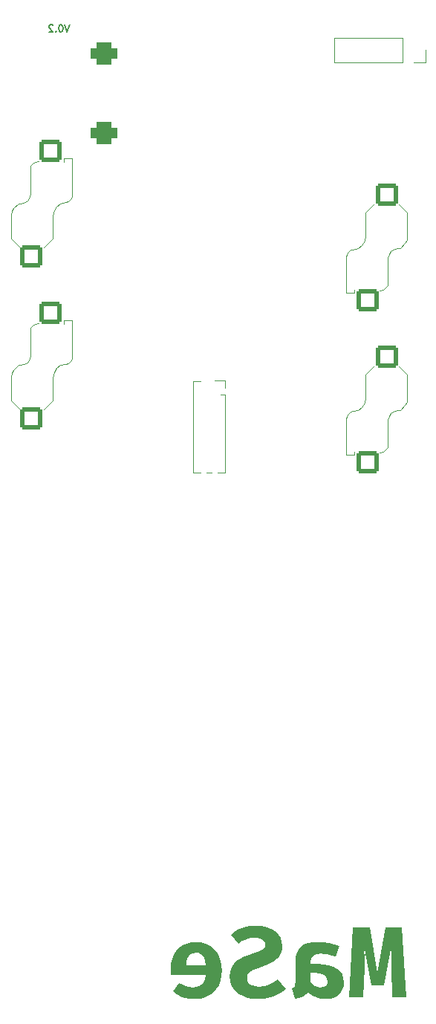
<source format=gbo>
%TF.GenerationSoftware,KiCad,Pcbnew,9.0.2*%
%TF.CreationDate,2025-05-15T14:08:42+02:00*%
%TF.ProjectId,MaSe,4d615365-2e6b-4696-9361-645f70636258,rev?*%
%TF.SameCoordinates,Original*%
%TF.FileFunction,Legend,Bot*%
%TF.FilePolarity,Positive*%
%FSLAX46Y46*%
G04 Gerber Fmt 4.6, Leading zero omitted, Abs format (unit mm)*
G04 Created by KiCad (PCBNEW 9.0.2) date 2025-05-15 14:08:42*
%MOMM*%
%LPD*%
G01*
G04 APERTURE LIST*
G04 Aperture macros list*
%AMRoundRect*
0 Rectangle with rounded corners*
0 $1 Rounding radius*
0 $2 $3 $4 $5 $6 $7 $8 $9 X,Y pos of 4 corners*
0 Add a 4 corners polygon primitive as box body*
4,1,4,$2,$3,$4,$5,$6,$7,$8,$9,$2,$3,0*
0 Add four circle primitives for the rounded corners*
1,1,$1+$1,$2,$3*
1,1,$1+$1,$4,$5*
1,1,$1+$1,$6,$7*
1,1,$1+$1,$8,$9*
0 Add four rect primitives between the rounded corners*
20,1,$1+$1,$2,$3,$4,$5,0*
20,1,$1+$1,$4,$5,$6,$7,0*
20,1,$1+$1,$6,$7,$8,$9,0*
20,1,$1+$1,$8,$9,$2,$3,0*%
G04 Aperture macros list end*
%ADD10C,0.150000*%
%ADD11C,0.120000*%
%ADD12R,1.700000X1.700000*%
%ADD13C,1.700000*%
%ADD14O,1.200000X2.000000*%
%ADD15R,1.200000X2.000000*%
%ADD16C,2.200000*%
%ADD17C,1.900000*%
%ADD18C,1.600000*%
%ADD19C,3.050000*%
%ADD20C,5.050000*%
%ADD21RoundRect,0.250000X1.000000X-1.025000X1.000000X1.025000X-1.000000X1.025000X-1.000000X-1.025000X0*%
%ADD22RoundRect,0.250000X-1.000000X1.025000X-1.000000X-1.025000X1.000000X-1.025000X1.000000X1.025000X0*%
%ADD23C,2.000000*%
%ADD24RoundRect,0.625000X0.875000X-0.625000X0.875000X0.625000X-0.875000X0.625000X-0.875000X-0.625000X0*%
%ADD25O,1.700000X1.400000*%
%ADD26R,1.000000X1.000000*%
%ADD27C,1.000000*%
%ADD28R,2.800000X2.800000*%
G04 APERTURE END LIST*
D10*
X157825125Y-46269295D02*
X157558458Y-47069295D01*
X157558458Y-47069295D02*
X157291792Y-46269295D01*
X156872744Y-46269295D02*
X156796554Y-46269295D01*
X156796554Y-46269295D02*
X156720363Y-46307390D01*
X156720363Y-46307390D02*
X156682268Y-46345485D01*
X156682268Y-46345485D02*
X156644173Y-46421676D01*
X156644173Y-46421676D02*
X156606078Y-46574057D01*
X156606078Y-46574057D02*
X156606078Y-46764533D01*
X156606078Y-46764533D02*
X156644173Y-46916914D01*
X156644173Y-46916914D02*
X156682268Y-46993104D01*
X156682268Y-46993104D02*
X156720363Y-47031200D01*
X156720363Y-47031200D02*
X156796554Y-47069295D01*
X156796554Y-47069295D02*
X156872744Y-47069295D01*
X156872744Y-47069295D02*
X156948935Y-47031200D01*
X156948935Y-47031200D02*
X156987030Y-46993104D01*
X156987030Y-46993104D02*
X157025125Y-46916914D01*
X157025125Y-46916914D02*
X157063221Y-46764533D01*
X157063221Y-46764533D02*
X157063221Y-46574057D01*
X157063221Y-46574057D02*
X157025125Y-46421676D01*
X157025125Y-46421676D02*
X156987030Y-46345485D01*
X156987030Y-46345485D02*
X156948935Y-46307390D01*
X156948935Y-46307390D02*
X156872744Y-46269295D01*
X156263220Y-46993104D02*
X156225125Y-47031200D01*
X156225125Y-47031200D02*
X156263220Y-47069295D01*
X156263220Y-47069295D02*
X156301316Y-47031200D01*
X156301316Y-47031200D02*
X156263220Y-46993104D01*
X156263220Y-46993104D02*
X156263220Y-47069295D01*
X155920364Y-46345485D02*
X155882268Y-46307390D01*
X155882268Y-46307390D02*
X155806078Y-46269295D01*
X155806078Y-46269295D02*
X155615602Y-46269295D01*
X155615602Y-46269295D02*
X155539411Y-46307390D01*
X155539411Y-46307390D02*
X155501316Y-46345485D01*
X155501316Y-46345485D02*
X155463221Y-46421676D01*
X155463221Y-46421676D02*
X155463221Y-46497866D01*
X155463221Y-46497866D02*
X155501316Y-46612152D01*
X155501316Y-46612152D02*
X155958459Y-47069295D01*
X155958459Y-47069295D02*
X155463221Y-47069295D01*
G36*
X190156664Y-149129148D02*
G01*
X189708722Y-157090000D01*
X191351500Y-157090000D01*
X191449197Y-153684277D01*
X191457990Y-152587138D01*
X191420376Y-151693698D01*
X191351500Y-150731870D01*
X192247383Y-155734452D01*
X193671807Y-155734452D01*
X194636566Y-150731870D01*
X194562316Y-151671228D01*
X194524703Y-152593000D01*
X194527634Y-153712609D01*
X194584787Y-157090000D01*
X196198743Y-157090000D01*
X195750802Y-149129148D01*
X193815422Y-149129148D01*
X192930774Y-154275833D01*
X192092533Y-149129148D01*
X190156664Y-149129148D01*
G37*
G36*
X186760666Y-150816325D02*
G01*
X187386461Y-150904305D01*
X188016742Y-151046906D01*
X188618422Y-151242826D01*
X188198813Y-152449385D01*
X187737528Y-152311574D01*
X187280460Y-152211004D01*
X186840042Y-152145929D01*
X186527704Y-152127473D01*
X186047422Y-152174567D01*
X185719371Y-152297201D01*
X185501455Y-152480351D01*
X185369360Y-152728394D01*
X185321632Y-153063900D01*
X185321632Y-153293489D01*
X186142777Y-153293489D01*
X186862522Y-153333182D01*
X187454405Y-153443003D01*
X187939056Y-153611941D01*
X188334124Y-153833265D01*
X188676121Y-154133289D01*
X188915196Y-154481618D01*
X189061216Y-154887619D01*
X189112281Y-155367110D01*
X189075414Y-155780148D01*
X188969256Y-156142059D01*
X188796125Y-156462558D01*
X188552477Y-156748548D01*
X188257699Y-156977722D01*
X187915623Y-157144351D01*
X187517169Y-157248631D01*
X187050383Y-157285394D01*
X186489142Y-157234764D01*
X185936147Y-157081695D01*
X185589934Y-156919292D01*
X185293208Y-156712024D01*
X185040265Y-156458387D01*
X184786623Y-156790989D01*
X184457501Y-157024054D01*
X184060093Y-157172781D01*
X183546475Y-157262435D01*
X183173272Y-156067599D01*
X183360734Y-155965029D01*
X183480530Y-155832149D01*
X183547366Y-155650874D01*
X183575296Y-155332428D01*
X183575296Y-155315331D01*
X185321632Y-155315331D01*
X185526661Y-155599853D01*
X185810118Y-155812121D01*
X186133036Y-155945724D01*
X186424145Y-155986999D01*
X186777403Y-155933929D01*
X187024494Y-155789162D01*
X187141791Y-155644158D01*
X187214142Y-155464712D01*
X187239916Y-155240593D01*
X187198844Y-154961188D01*
X187081674Y-154739116D01*
X186883810Y-154560132D01*
X186633742Y-154441222D01*
X186273944Y-154358796D01*
X185769574Y-154327124D01*
X185321632Y-154327124D01*
X185321632Y-155315331D01*
X183575296Y-155315331D01*
X183575296Y-152943244D01*
X183620361Y-152427602D01*
X183747089Y-151999621D01*
X183948839Y-151642392D01*
X184227424Y-151343942D01*
X184563147Y-151119061D01*
X184994940Y-150945793D01*
X185545086Y-150831478D01*
X186240474Y-150789511D01*
X186760666Y-150816325D01*
G37*
G36*
X176103907Y-154763831D02*
G01*
X176148353Y-155245774D01*
X176277844Y-155678992D01*
X176491765Y-156073461D01*
X176780538Y-156418401D01*
X177147119Y-156714832D01*
X177603070Y-156963970D01*
X178095600Y-157136637D01*
X178670835Y-157246443D01*
X179343056Y-157285394D01*
X180089530Y-157244594D01*
X180712143Y-157131030D01*
X181230076Y-156955177D01*
X181721836Y-156709789D01*
X182139368Y-156436577D01*
X182490858Y-156136475D01*
X181537334Y-155079881D01*
X181071016Y-155421745D01*
X180561339Y-155674368D01*
X180008705Y-155830181D01*
X179389462Y-155883928D01*
X179002019Y-155852538D01*
X178686879Y-155765278D01*
X178430076Y-155628450D01*
X178225354Y-155434080D01*
X178104394Y-155198322D01*
X178062247Y-154907445D01*
X178098209Y-154631079D01*
X178200436Y-154407496D01*
X178369993Y-154224054D01*
X178751293Y-154001230D01*
X179509630Y-153724333D01*
X180427509Y-153391035D01*
X181067921Y-153055048D01*
X181494347Y-152721960D01*
X181750001Y-152415446D01*
X181932154Y-152071305D01*
X182044065Y-151682090D01*
X182082972Y-151237452D01*
X182035987Y-150764987D01*
X181900514Y-150353674D01*
X181678018Y-149990837D01*
X181382510Y-149678167D01*
X181022733Y-149415358D01*
X180589672Y-149201444D01*
X180126843Y-149051779D01*
X179627054Y-148959908D01*
X179084647Y-148928381D01*
X178472326Y-148960213D01*
X177931683Y-149051078D01*
X177453593Y-149195582D01*
X176999362Y-149401026D01*
X176593193Y-149654419D01*
X176230425Y-149956643D01*
X177120446Y-150979043D01*
X177541701Y-150681935D01*
X177987997Y-150476392D01*
X178458645Y-150353450D01*
X178935659Y-150312749D01*
X179291348Y-150337626D01*
X179575876Y-150405956D01*
X179802721Y-150511074D01*
X179985862Y-150665327D01*
X180092806Y-150855554D01*
X180130006Y-151093838D01*
X180093015Y-151329548D01*
X179986392Y-151518820D01*
X179807533Y-151674418D01*
X179486671Y-151843663D01*
X178498953Y-152196350D01*
X177781116Y-152456967D01*
X177209839Y-152745408D01*
X176873612Y-152981031D01*
X176602012Y-153247484D01*
X176388206Y-153546524D01*
X176235859Y-153879569D01*
X176138689Y-154280502D01*
X176103907Y-154763831D01*
G37*
G36*
X172865762Y-150841746D02*
G01*
X173400997Y-150990239D01*
X173861758Y-151228660D01*
X174268171Y-151554215D01*
X174602693Y-151944236D01*
X174869993Y-152405910D01*
X175059021Y-152908271D01*
X175174688Y-153452380D01*
X175214375Y-154045757D01*
X175172597Y-154669380D01*
X175052331Y-155225148D01*
X174858269Y-155723217D01*
X174581517Y-156175256D01*
X174229686Y-156555011D01*
X173795812Y-156869204D01*
X173308231Y-157093226D01*
X172730592Y-157234996D01*
X172044103Y-157285394D01*
X171527423Y-157257604D01*
X171065502Y-157177792D01*
X170651430Y-157049944D01*
X170075259Y-156775865D01*
X169609002Y-156446664D01*
X170338311Y-155458946D01*
X170709014Y-155666322D01*
X171091067Y-155826287D01*
X171487961Y-155929498D01*
X171900488Y-155964040D01*
X172275420Y-155926155D01*
X172597232Y-155817485D01*
X172876971Y-155639685D01*
X173094909Y-155395614D01*
X173260267Y-155048889D01*
X173364968Y-154568436D01*
X169413607Y-154568436D01*
X169387718Y-154252875D01*
X169378925Y-153919727D01*
X169407951Y-153477159D01*
X171148220Y-153477159D01*
X173387927Y-153477159D01*
X173310496Y-152971104D01*
X173186182Y-152609290D01*
X173026448Y-152357550D01*
X172806846Y-152163155D01*
X172548647Y-152047128D01*
X172239497Y-152006817D01*
X171874551Y-152055726D01*
X171605047Y-152190261D01*
X171406629Y-152408841D01*
X171271852Y-152688169D01*
X171183034Y-153038704D01*
X171148220Y-153477159D01*
X169407951Y-153477159D01*
X169421376Y-153272454D01*
X169541577Y-152716231D01*
X169732100Y-152236894D01*
X170003212Y-151801069D01*
X170333005Y-151445859D01*
X170725680Y-151162714D01*
X171166648Y-150959519D01*
X171667224Y-150833503D01*
X172239497Y-150789511D01*
X172865762Y-150841746D01*
G37*
D11*
X151154000Y-67907000D02*
X151234000Y-67504000D01*
X151154000Y-70654000D02*
X151154000Y-67907000D01*
X151234000Y-67504000D02*
X151463000Y-67162000D01*
X151463000Y-67162000D02*
X151996000Y-66629000D01*
X151996000Y-66629000D02*
X152218000Y-66629000D01*
X152091000Y-71591000D02*
X151154000Y-70654000D01*
X152218000Y-66629000D02*
X152656000Y-66542000D01*
X152656000Y-66542000D02*
X153023000Y-66298000D01*
X153023000Y-66298000D02*
X153267000Y-65931000D01*
X153267000Y-65931000D02*
X153354000Y-65493000D01*
X153354000Y-62693000D02*
X153419000Y-62366000D01*
X153354000Y-65493000D02*
X153354000Y-62693000D01*
X153419000Y-62366000D02*
X153608000Y-62083000D01*
X153608000Y-62083000D02*
X153891000Y-61894000D01*
X153891000Y-61894000D02*
X154318000Y-61809000D01*
X155946000Y-68007000D02*
X155946000Y-70654000D01*
X155946000Y-70654000D02*
X154925000Y-71675000D01*
X156051000Y-67445000D02*
X155946000Y-68007000D01*
X156350000Y-66966000D02*
X156051000Y-67445000D01*
X156803000Y-66628000D02*
X156350000Y-66966000D01*
X157204000Y-61529000D02*
X158146000Y-61529000D01*
X157204000Y-61892000D02*
X157204000Y-61529000D01*
X157361000Y-66474000D02*
X156803000Y-66628000D01*
X157659000Y-66392000D02*
X157361000Y-66474000D01*
X157917000Y-66199000D02*
X157659000Y-66392000D01*
X158087000Y-65925000D02*
X157917000Y-66199000D01*
X158146000Y-61529000D02*
X158146000Y-65615000D01*
X158146000Y-65615000D02*
X158087000Y-65925000D01*
X189354000Y-91185000D02*
X189413000Y-90875000D01*
X189354000Y-95271000D02*
X189354000Y-91185000D01*
X189413000Y-90875000D02*
X189583000Y-90601000D01*
X189583000Y-90601000D02*
X189841000Y-90408000D01*
X189841000Y-90408000D02*
X190139000Y-90326000D01*
X190139000Y-90326000D02*
X190697000Y-90172000D01*
X190296000Y-94908000D02*
X190296000Y-95271000D01*
X190296000Y-95271000D02*
X189354000Y-95271000D01*
X190697000Y-90172000D02*
X191150000Y-89834000D01*
X191150000Y-89834000D02*
X191449000Y-89355000D01*
X191449000Y-89355000D02*
X191554000Y-88793000D01*
X191554000Y-86146000D02*
X192575000Y-85125000D01*
X191554000Y-88793000D02*
X191554000Y-86146000D01*
X193609000Y-94906000D02*
X193182000Y-94991000D01*
X193892000Y-94717000D02*
X193609000Y-94906000D01*
X194081000Y-94434000D02*
X193892000Y-94717000D01*
X194146000Y-91307000D02*
X194146000Y-94107000D01*
X194146000Y-94107000D02*
X194081000Y-94434000D01*
X194233000Y-90869000D02*
X194146000Y-91307000D01*
X194477000Y-90502000D02*
X194233000Y-90869000D01*
X194844000Y-90258000D02*
X194477000Y-90502000D01*
X195282000Y-90171000D02*
X194844000Y-90258000D01*
X195409000Y-85209000D02*
X196346000Y-86146000D01*
X195504000Y-90171000D02*
X195282000Y-90171000D01*
X196037000Y-89638000D02*
X195504000Y-90171000D01*
X196266000Y-89296000D02*
X196037000Y-89638000D01*
X196346000Y-86146000D02*
X196346000Y-88893000D01*
X196346000Y-88893000D02*
X196266000Y-89296000D01*
X189354000Y-72735000D02*
X189413000Y-72425000D01*
X189354000Y-76821000D02*
X189354000Y-72735000D01*
X189413000Y-72425000D02*
X189583000Y-72151000D01*
X189583000Y-72151000D02*
X189841000Y-71958000D01*
X189841000Y-71958000D02*
X190139000Y-71876000D01*
X190139000Y-71876000D02*
X190697000Y-71722000D01*
X190296000Y-76458000D02*
X190296000Y-76821000D01*
X190296000Y-76821000D02*
X189354000Y-76821000D01*
X190697000Y-71722000D02*
X191150000Y-71384000D01*
X191150000Y-71384000D02*
X191449000Y-70905000D01*
X191449000Y-70905000D02*
X191554000Y-70343000D01*
X191554000Y-67696000D02*
X192575000Y-66675000D01*
X191554000Y-70343000D02*
X191554000Y-67696000D01*
X193609000Y-76456000D02*
X193182000Y-76541000D01*
X193892000Y-76267000D02*
X193609000Y-76456000D01*
X194081000Y-75984000D02*
X193892000Y-76267000D01*
X194146000Y-72857000D02*
X194146000Y-75657000D01*
X194146000Y-75657000D02*
X194081000Y-75984000D01*
X194233000Y-72419000D02*
X194146000Y-72857000D01*
X194477000Y-72052000D02*
X194233000Y-72419000D01*
X194844000Y-71808000D02*
X194477000Y-72052000D01*
X195282000Y-71721000D02*
X194844000Y-71808000D01*
X195409000Y-66759000D02*
X196346000Y-67696000D01*
X195504000Y-71721000D02*
X195282000Y-71721000D01*
X196037000Y-71188000D02*
X195504000Y-71721000D01*
X196266000Y-70846000D02*
X196037000Y-71188000D01*
X196346000Y-67696000D02*
X196346000Y-70443000D01*
X196346000Y-70443000D02*
X196266000Y-70846000D01*
X151154000Y-86357000D02*
X151234000Y-85954000D01*
X151154000Y-89104000D02*
X151154000Y-86357000D01*
X151234000Y-85954000D02*
X151463000Y-85612000D01*
X151463000Y-85612000D02*
X151996000Y-85079000D01*
X151996000Y-85079000D02*
X152218000Y-85079000D01*
X152091000Y-90041000D02*
X151154000Y-89104000D01*
X152218000Y-85079000D02*
X152656000Y-84992000D01*
X152656000Y-84992000D02*
X153023000Y-84748000D01*
X153023000Y-84748000D02*
X153267000Y-84381000D01*
X153267000Y-84381000D02*
X153354000Y-83943000D01*
X153354000Y-81143000D02*
X153419000Y-80816000D01*
X153354000Y-83943000D02*
X153354000Y-81143000D01*
X153419000Y-80816000D02*
X153608000Y-80533000D01*
X153608000Y-80533000D02*
X153891000Y-80344000D01*
X153891000Y-80344000D02*
X154318000Y-80259000D01*
X155946000Y-86457000D02*
X155946000Y-89104000D01*
X155946000Y-89104000D02*
X154925000Y-90125000D01*
X156051000Y-85895000D02*
X155946000Y-86457000D01*
X156350000Y-85416000D02*
X156051000Y-85895000D01*
X156803000Y-85078000D02*
X156350000Y-85416000D01*
X157204000Y-79979000D02*
X158146000Y-79979000D01*
X157204000Y-80342000D02*
X157204000Y-79979000D01*
X157361000Y-84924000D02*
X156803000Y-85078000D01*
X157659000Y-84842000D02*
X157361000Y-84924000D01*
X157917000Y-84649000D02*
X157659000Y-84842000D01*
X158087000Y-84375000D02*
X157917000Y-84649000D01*
X158146000Y-79979000D02*
X158146000Y-84065000D01*
X158146000Y-84065000D02*
X158087000Y-84375000D01*
X188040000Y-50555000D02*
X188040000Y-47795000D01*
X195770000Y-47795000D02*
X188040000Y-47795000D01*
X195770000Y-50555000D02*
X188040000Y-50555000D01*
X195770000Y-50555000D02*
X195770000Y-47795000D01*
X197040000Y-50555000D02*
X198420000Y-50555000D01*
X198420000Y-50555000D02*
X198420000Y-49175000D01*
X171920000Y-86900000D02*
X171920000Y-97280000D01*
X172782077Y-86900000D02*
X171920000Y-86900000D01*
X172782077Y-97280000D02*
X171920000Y-97280000D01*
X174052077Y-97280000D02*
X173417923Y-97280000D01*
X175550000Y-86835000D02*
X174370000Y-86835000D01*
X175550000Y-87645000D02*
X175550000Y-86835000D01*
X175550000Y-88455000D02*
X175036708Y-88455000D01*
X175550000Y-88455000D02*
X175550000Y-97280000D01*
X175550000Y-97280000D02*
X174687923Y-97280000D01*
%LPC*%
D12*
X146565000Y-139875000D03*
D13*
X144025000Y-139875000D03*
D14*
X186105000Y-118650000D03*
X187885000Y-118650000D03*
X189665000Y-118650000D03*
X191445000Y-118650000D03*
X193225000Y-118650000D03*
X195005000Y-118650000D03*
X196785000Y-118650000D03*
X198565000Y-118650000D03*
X197675000Y-129350000D03*
X195895000Y-129350000D03*
X194115000Y-129350000D03*
X192335000Y-129350000D03*
X190555000Y-129350000D03*
X188775000Y-129350000D03*
X186995000Y-129350000D03*
D15*
X185215000Y-129350000D03*
D16*
X150750000Y-48425000D03*
D15*
X203480000Y-113050000D03*
D14*
X200940000Y-113050000D03*
X198400000Y-113050000D03*
X195860000Y-113050000D03*
X193320000Y-113050000D03*
X190780000Y-113050000D03*
X188240000Y-113050000D03*
X185700000Y-113050000D03*
X183160000Y-113050000D03*
X180620000Y-113050000D03*
X178080000Y-113050000D03*
X175540000Y-113050000D03*
X173000000Y-113050000D03*
X170460000Y-113050000D03*
X167920000Y-113050000D03*
X165380000Y-113050000D03*
X162840000Y-113050000D03*
X160300000Y-113050000D03*
X157760000Y-113050000D03*
X155222720Y-113046320D03*
X152682720Y-113046320D03*
X150142720Y-113046320D03*
X150140000Y-135910000D03*
X152680000Y-135910000D03*
X155220000Y-135910000D03*
X157760000Y-135910000D03*
X160300000Y-135910000D03*
X162840000Y-135910000D03*
X165380000Y-135910000D03*
X167920000Y-135910000D03*
X170460000Y-135910000D03*
X173000000Y-135910000D03*
X175540000Y-135910000D03*
X178080000Y-135910000D03*
X180620000Y-135910000D03*
X183160000Y-135910000D03*
X185700000Y-135910000D03*
X188240000Y-135910000D03*
X190780000Y-135910000D03*
X193320000Y-135910000D03*
X195860000Y-135910000D03*
X198400000Y-135910000D03*
X200940000Y-135910000D03*
X203480000Y-135910000D03*
D13*
X183750000Y-57205000D03*
X183750000Y-52125000D03*
X183750000Y-47045000D03*
D17*
X159500000Y-74675000D03*
D18*
X164650000Y-74175000D03*
D19*
X153600000Y-69175000D03*
D20*
X159500000Y-69175000D03*
D19*
X155700000Y-64175000D03*
D17*
X159500000Y-63675000D03*
D21*
X153500000Y-72675000D03*
X155700000Y-60675000D03*
D16*
X142825000Y-100575000D03*
D17*
X188000000Y-82125000D03*
D18*
X182850000Y-82625000D03*
D19*
X193900000Y-87625000D03*
D20*
X188000000Y-87625000D03*
D19*
X191800000Y-92625000D03*
D17*
X188000000Y-93125000D03*
D22*
X194000000Y-84125000D03*
X191800000Y-96125000D03*
D12*
X168614500Y-108175000D03*
D13*
X166074500Y-108175000D03*
X168614500Y-105635000D03*
X166074500Y-105635000D03*
X168614500Y-103095000D03*
X166074500Y-103095000D03*
X168614500Y-100555000D03*
X166074500Y-100555000D03*
D23*
X170550000Y-71525000D03*
X177050000Y-71525000D03*
X170550000Y-76025000D03*
X177050000Y-76025000D03*
D16*
X197510000Y-78375000D03*
D17*
X188000000Y-63675000D03*
D18*
X182850000Y-64175000D03*
D19*
X193900000Y-69175000D03*
D20*
X188000000Y-69175000D03*
D19*
X191800000Y-74175000D03*
D17*
X188000000Y-74675000D03*
D22*
X194000000Y-65675000D03*
X191800000Y-77675000D03*
D13*
X184450000Y-62995000D03*
X184450000Y-68075000D03*
X184450000Y-73155000D03*
D16*
X195760000Y-56775000D03*
D24*
X161750000Y-58595000D03*
X161750000Y-49595000D03*
D25*
X163750000Y-56595000D03*
X163750000Y-54095000D03*
X163750000Y-51595000D03*
D16*
X150010000Y-78425000D03*
D26*
X182045000Y-139265000D03*
D27*
X182045000Y-140535000D03*
X180775000Y-139265000D03*
X180775000Y-140535000D03*
X179505000Y-139265000D03*
X179505000Y-140535000D03*
X178235000Y-139265000D03*
X178235000Y-140535000D03*
X176965000Y-139265000D03*
X176965000Y-140535000D03*
X175695000Y-139265000D03*
X175695000Y-140535000D03*
X174425000Y-139265000D03*
X174425000Y-140535000D03*
X173155000Y-139265000D03*
X173155000Y-140535000D03*
D13*
X163050000Y-62995000D03*
X163050000Y-68075000D03*
X163050000Y-73155000D03*
D28*
X142737500Y-117287500D03*
X142737500Y-131487500D03*
X165637500Y-117287500D03*
X165637500Y-131787500D03*
X165637500Y-120787500D03*
X165637500Y-128387500D03*
D16*
X202525000Y-100575000D03*
D23*
X170550000Y-79825000D03*
X177050000Y-79825000D03*
X170550000Y-84325000D03*
X177050000Y-84325000D03*
D17*
X159500000Y-93125000D03*
D18*
X164650000Y-92625000D03*
D19*
X153600000Y-87625000D03*
D20*
X159500000Y-87625000D03*
D19*
X155700000Y-82625000D03*
D17*
X159500000Y-82125000D03*
D21*
X153500000Y-91125000D03*
X155700000Y-79125000D03*
D12*
X197040000Y-49175000D03*
D13*
X194500000Y-49175000D03*
X191960000Y-49175000D03*
X189420000Y-49175000D03*
D26*
X174370000Y-87645000D03*
D27*
X173100000Y-87645000D03*
X174370000Y-88915000D03*
X173100000Y-88915000D03*
X174370000Y-90185000D03*
X173100000Y-90185000D03*
X174370000Y-91455000D03*
X173100000Y-91455000D03*
X174370000Y-92725000D03*
X173100000Y-92725000D03*
X174370000Y-93995000D03*
X173100000Y-93995000D03*
X174370000Y-95265000D03*
X173100000Y-95265000D03*
X174370000Y-96535000D03*
X173100000Y-96535000D03*
%LPD*%
M02*

</source>
